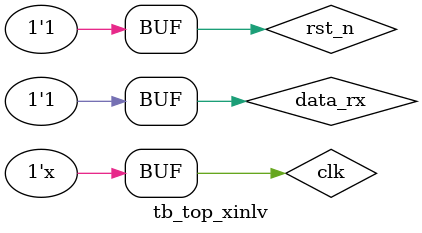
<source format=v>
`timescale 1ns / 1ps


module tb_top_xinlv;

	// Inputs
	reg clk;
	reg rst_n;
	reg data_rx;

	// Outputs
	wire [7:0] xinlv;

	// Instantiate the Unit Under Test (UUT)
	top_xinlv uut (
		.clk(clk), 
		.rst_n(rst_n), 
		.data_rx(data_rx), 
		.xinlv(xinlv)
	);

	initial begin
		// Initialize Inputs
		clk = 0;
		rst_n = 0;
		data_rx = 0;

		// Wait 100 ns for global reset to finish
		#20;
		rst_n=1'b1;
		data_rx=1'b1;
		#104160;           //5208*20=104160 ns
		rst_n=1'b1;
		data_rx=1'b0;
		
		
		// Add stimulus here

		#104160;		//B 42
		data_rx=1'b0;
		#104160;
        data_rx=1'b1;
        #104160;
        data_rx=1'b0;
        #104160;
        data_rx=1'b0;
        #104160;
        data_rx=1'b0;
        #104160;
        data_rx=1'b0;
        #104160;
        data_rx=1'b1;
        #104160;
        data_rx=1'b0;
        
        #104160;
        data_rx=1'b1;
        #104160;
        data_rx=1'b0;
        
        #104160;		//P 50
        data_rx=1'b0;
        #104160;
        data_rx=1'b0;
        #104160;
        data_rx=1'b0;
        #104160;
        data_rx=1'b0;
        #104160;
        data_rx=1'b1;
        #104160;
        data_rx=1'b0;
        #104160;
        data_rx=1'b1;
        #104160;
        data_rx=1'b0;
        
        #104160;
        data_rx=1'b1;   
        #104160;
        data_rx=1'b0;
        
        #104160;		//M 4d
        data_rx=1'b1;
        #104160;
        data_rx=1'b0;
        #104160;
        data_rx=1'b1;
        #104160;
        data_rx=1'b1;
        #104160;
        data_rx=1'b0;
        #104160;
        data_rx=1'b0;
        #104160;
        data_rx=1'b1;
        #104160;
        data_rx=1'b0;
        
        #104160;
        data_rx=1'b1;
        #104160;
        data_rx=1'b0;
        
        #104160;		//6 36
        data_rx=1'b0;
        #104160;
        data_rx=1'b1;
        #104160;
        data_rx=1'b1;
        #104160;
        data_rx=1'b0;
        #104160;
        data_rx=1'b1;
        #104160;
        data_rx=1'b1;
        #104160;
        data_rx=1'b0;
        #104160;
        data_rx=1'b0;
        
        #104160;
        data_rx=1'b1;
        #104160;
        data_rx=1'b0;
        
        #104160;		//9 39
        data_rx=1'b1;
        #104160;
        data_rx=1'b0;
        #104160;
		data_rx=1'b0;
		#104160;
		data_rx=1'b1;
		#104160;
		data_rx=1'b1;
		#104160;
 		data_rx=1'b1;
        #104160;
        data_rx=1'b0;
        #104160;
        data_rx=1'b0;
        
        
        #104160;
        data_rx=1'b1;
        #104160;
        data_rx=1'b0;
        
		#104160;		//B 42
		data_rx=1'b0;
		#104160;
        data_rx=1'b1;
        #104160;
        data_rx=1'b0;
        #104160;
        data_rx=1'b0;
        #104160;
        data_rx=1'b0;
        #104160;
        data_rx=1'b0;
        #104160;
        data_rx=1'b1;
        #104160;
        data_rx=1'b0;
        
        #104160;
        data_rx=1'b1;
        #104160;
        data_rx=1'b0;
        
        #104160;		//P 50
        data_rx=1'b0;
        #104160;
        data_rx=1'b0;
        #104160;
        data_rx=1'b0;
        #104160;
        data_rx=1'b0;
        #104160;
        data_rx=1'b1;
        #104160;
        data_rx=1'b0;
        #104160;
        data_rx=1'b1;
        #104160;
        data_rx=1'b0;
        
        #104160;
        data_rx=1'b1;   
        #104160;
        data_rx=1'b0;
        
        #104160;		//M 4d
        data_rx=1'b1;
        #104160;
        data_rx=1'b0;
        #104160;
        data_rx=1'b1;
        #104160;
        data_rx=1'b1;
        #104160;
        data_rx=1'b0;
        #104160;
        data_rx=1'b0;
        #104160;
        data_rx=1'b1;
        #104160;
        data_rx=1'b0;
        
        #104160;
        data_rx=1'b1;
        #104160;
        data_rx=1'b0;
        
        #104160;		//5 35
        data_rx=1'b1;
        #104160;
        data_rx=1'b0;
        #104160;
        data_rx=1'b1;
        #104160;
        data_rx=1'b0;
        #104160;
        data_rx=1'b1;
        #104160;
        data_rx=1'b1;
        #104160;
        data_rx=1'b0;
        #104160;
        data_rx=1'b0;
        
        #104160;
        data_rx=1'b1;
        #104160;
        data_rx=1'b0;
        
        #104160;		//8 38
        data_rx=1'b0;
        #104160;
        data_rx=1'b0;
        #104160;
        data_rx=1'b0;
        #104160;
        data_rx=1'b1;
        #104160;
        data_rx=1'b1;
        #104160;
        data_rx=1'b1;
        #104160;
        data_rx=1'b0;
        #104160;
        data_rx=1'b0;
        
        #104160;
        data_rx=1'b1; 
        #104160;
        data_rx=1'b0;
        
		#104160;		//B 42
		data_rx=1'b0;
		#104160;
        data_rx=1'b1;
        #104160;
        data_rx=1'b0;
        #104160;
        data_rx=1'b0;
        #104160;
        data_rx=1'b0;
        #104160;
        data_rx=1'b0;
        #104160;
        data_rx=1'b1;
        #104160;
        data_rx=1'b0;
        
        #104160;
        data_rx=1'b1;
        #104160;
        data_rx=1'b0;
        
        #104160;		//P 50
        data_rx=1'b0;
        #104160;
        data_rx=1'b0;
        #104160;
        data_rx=1'b0;
        #104160;
        data_rx=1'b0;
        #104160;
        data_rx=1'b1;
        #104160;
        data_rx=1'b0;
        #104160;
        data_rx=1'b1;
        #104160;
        data_rx=1'b0;
        
        #104160;
        data_rx=1'b1;   
        #104160;
        data_rx=1'b0;
        
        #104160;		//M 4d
        data_rx=1'b1;
        #104160;
        data_rx=1'b0;
        #104160;
        data_rx=1'b1;
        #104160;
        data_rx=1'b1;
        #104160;
        data_rx=1'b0;
        #104160;
        data_rx=1'b0;
        #104160;
        data_rx=1'b1;
        #104160;
        data_rx=1'b0;
		
        #104160;
        data_rx=1'b1;
        #104160;
        data_rx=1'b0;
        
        #104160;		//8 38
        data_rx=1'b0;
        #104160;
        data_rx=1'b0;
        #104160;
        data_rx=1'b0;
        #104160;
        data_rx=1'b1;
        #104160;
        data_rx=1'b1;
        #104160;
        data_rx=1'b1;
        #104160;
        data_rx=1'b0;
        #104160;
        data_rx=1'b0;
        
        #104160;
        data_rx=1'b1;
        #104160;
        data_rx=1'b0;
        
        #104160;		//7 37
        data_rx=1'b1;
        #104160;
        data_rx=1'b1;
        #104160;
        data_rx=1'b1;
        #104160;
        data_rx=1'b0;
        #104160;
        data_rx=1'b1;
        #104160;
        data_rx=1'b1;
        #104160;
        data_rx=1'b0;
        #104160;
        data_rx=1'b0;


        #104160;
        data_rx=1'b1; 
        #104160;
        data_rx=1'b0;
        
		#104160;		//B 42
		data_rx=1'b0;
		#104160;
        data_rx=1'b1;
        #104160;
        data_rx=1'b0;
        #104160;
        data_rx=1'b0;
        #104160;
        data_rx=1'b0;
        #104160;
        data_rx=1'b0;
        #104160;
        data_rx=1'b1;
        #104160;
        data_rx=1'b0;
        
        #104160;
        data_rx=1'b1;
        #104160;
        data_rx=1'b0;
        
        #104160;		//P 50
        data_rx=1'b0;
        #104160;
        data_rx=1'b0;
        #104160;
        data_rx=1'b0;
        #104160;
        data_rx=1'b0;
        #104160;
        data_rx=1'b1;
        #104160;
        data_rx=1'b0;
        #104160;
        data_rx=1'b1;
        #104160;
        data_rx=1'b0;
        
        #104160;
        data_rx=1'b1;   
        #104160;
        data_rx=1'b0;
        
        #104160;		//M 4d
        data_rx=1'b1;
        #104160;
        data_rx=1'b0;
        #104160;
        data_rx=1'b1;
        #104160;
        data_rx=1'b1;
        #104160;
        data_rx=1'b0;
        #104160;
        data_rx=1'b0;
        #104160;
        data_rx=1'b1;
        #104160;
        data_rx=1'b0;
		
        #104160;
        data_rx=1'b1;		
		
end 


always #10 clk = ~clk;		
				
endmodule		
		
		
		
		
</source>
